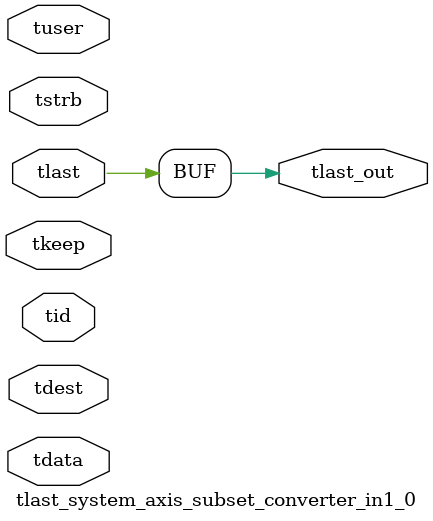
<source format=v>


`timescale 1ps/1ps

module tlast_system_axis_subset_converter_in1_0 #
(
parameter C_S_AXIS_TID_WIDTH   = 1,
parameter C_S_AXIS_TUSER_WIDTH = 0,
parameter C_S_AXIS_TDATA_WIDTH = 0,
parameter C_S_AXIS_TDEST_WIDTH = 0
)
(
input  [(C_S_AXIS_TID_WIDTH   == 0 ? 1 : C_S_AXIS_TID_WIDTH)-1:0       ] tid,
input  [(C_S_AXIS_TDATA_WIDTH == 0 ? 1 : C_S_AXIS_TDATA_WIDTH)-1:0     ] tdata,
input  [(C_S_AXIS_TUSER_WIDTH == 0 ? 1 : C_S_AXIS_TUSER_WIDTH)-1:0     ] tuser,
input  [(C_S_AXIS_TDEST_WIDTH == 0 ? 1 : C_S_AXIS_TDEST_WIDTH)-1:0     ] tdest,
input  [(C_S_AXIS_TDATA_WIDTH/8)-1:0 ] tkeep,
input  [(C_S_AXIS_TDATA_WIDTH/8)-1:0 ] tstrb,
input  [0:0]                                                             tlast,
output                                                                   tlast_out
);

assign tlast_out = {tlast};

endmodule


</source>
